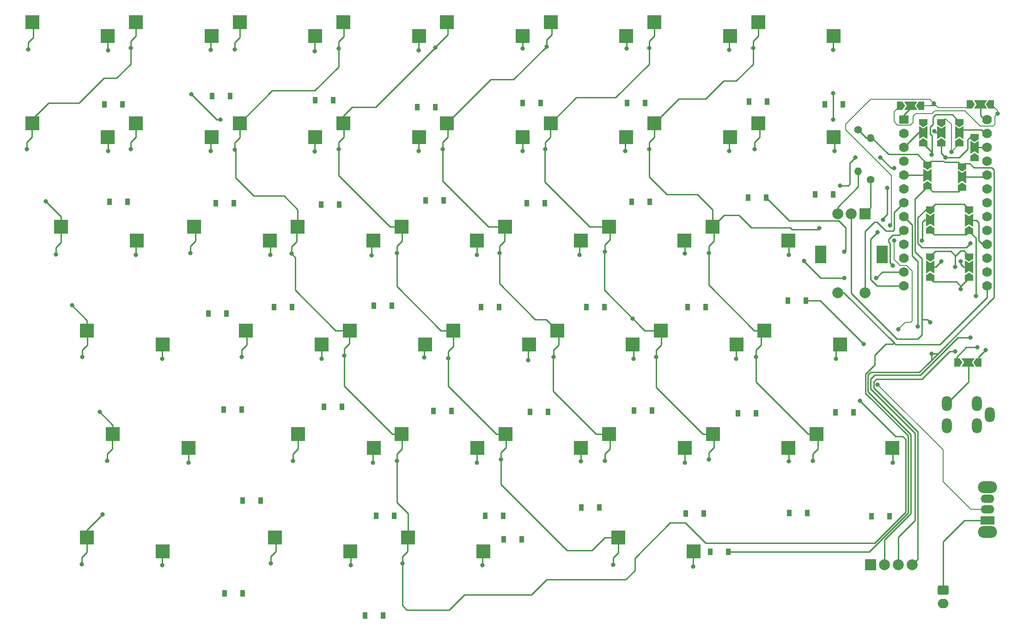
<source format=gbr>
%TF.GenerationSoftware,KiCad,Pcbnew,8.0.4*%
%TF.CreationDate,2024-11-21T00:39:55-07:00*%
%TF.ProjectId,simple_split_MX,73696d70-6c65-45f7-9370-6c69745f4d58,v1.0.0*%
%TF.SameCoordinates,Original*%
%TF.FileFunction,Copper,L1,Top*%
%TF.FilePolarity,Positive*%
%FSLAX46Y46*%
G04 Gerber Fmt 4.6, Leading zero omitted, Abs format (unit mm)*
G04 Created by KiCad (PCBNEW 8.0.4) date 2024-11-21 00:39:55*
%MOMM*%
%LPD*%
G01*
G04 APERTURE LIST*
G04 Aperture macros list*
%AMRoundRect*
0 Rectangle with rounded corners*
0 $1 Rounding radius*
0 $2 $3 $4 $5 $6 $7 $8 $9 X,Y pos of 4 corners*
0 Add a 4 corners polygon primitive as box body*
4,1,4,$2,$3,$4,$5,$6,$7,$8,$9,$2,$3,0*
0 Add four circle primitives for the rounded corners*
1,1,$1+$1,$2,$3*
1,1,$1+$1,$4,$5*
1,1,$1+$1,$6,$7*
1,1,$1+$1,$8,$9*
0 Add four rect primitives between the rounded corners*
20,1,$1+$1,$2,$3,$4,$5,0*
20,1,$1+$1,$4,$5,$6,$7,0*
20,1,$1+$1,$6,$7,$8,$9,0*
20,1,$1+$1,$8,$9,$2,$3,0*%
%AMFreePoly0*
4,1,7,0.700000,0.000000,1.200000,-0.750000,-1.200000,-0.750000,-0.700000,0.000000,-1.200000,0.750000,1.200000,0.750000,0.700000,0.000000,0.700000,0.000000,$1*%
%AMFreePoly1*
4,1,6,1.000000,0.000000,0.500000,-0.750000,-0.500000,-0.750000,-0.500000,0.750000,0.500000,0.750000,1.000000,0.000000,1.000000,0.000000,$1*%
G04 Aperture macros list end*
%TA.AperFunction,SMDPad,CuDef*%
%ADD10R,2.550000X2.500000*%
%TD*%
%TA.AperFunction,ComponentPad*%
%ADD11C,1.400000*%
%TD*%
%TA.AperFunction,ComponentPad*%
%ADD12O,1.400000X1.400000*%
%TD*%
%TA.AperFunction,ComponentPad*%
%ADD13C,0.800000*%
%TD*%
%TA.AperFunction,SMDPad,CuDef*%
%ADD14R,0.900000X1.200000*%
%TD*%
%TA.AperFunction,ComponentPad*%
%ADD15RoundRect,0.250000X-0.750000X0.600000X-0.750000X-0.600000X0.750000X-0.600000X0.750000X0.600000X0*%
%TD*%
%TA.AperFunction,ComponentPad*%
%ADD16O,2.000000X1.700000*%
%TD*%
%TA.AperFunction,ComponentPad*%
%ADD17R,2.000000X2.000000*%
%TD*%
%TA.AperFunction,ComponentPad*%
%ADD18C,2.000000*%
%TD*%
%TA.AperFunction,SMDPad,CuDef*%
%ADD19FreePoly0,270.000000*%
%TD*%
%TA.AperFunction,SMDPad,CuDef*%
%ADD20FreePoly1,270.000000*%
%TD*%
%TA.AperFunction,SMDPad,CuDef*%
%ADD21FreePoly1,90.000000*%
%TD*%
%TA.AperFunction,SMDPad,CuDef*%
%ADD22FreePoly0,90.000000*%
%TD*%
%TA.AperFunction,SMDPad,CuDef*%
%ADD23FreePoly0,0.000000*%
%TD*%
%TA.AperFunction,SMDPad,CuDef*%
%ADD24FreePoly1,0.000000*%
%TD*%
%TA.AperFunction,SMDPad,CuDef*%
%ADD25FreePoly1,180.000000*%
%TD*%
%TA.AperFunction,ComponentPad*%
%ADD26R,1.778000X1.524000*%
%TD*%
%TA.AperFunction,ComponentPad*%
%ADD27C,1.778000*%
%TD*%
%TA.AperFunction,ComponentPad*%
%ADD28O,3.500000X2.200000*%
%TD*%
%TA.AperFunction,ComponentPad*%
%ADD29R,2.500000X1.500000*%
%TD*%
%TA.AperFunction,ComponentPad*%
%ADD30O,2.500000X1.500000*%
%TD*%
%TA.AperFunction,ComponentPad*%
%ADD31O,1.800000X2.800000*%
%TD*%
%TA.AperFunction,ComponentPad*%
%ADD32R,2.000000X3.200000*%
%TD*%
%TA.AperFunction,ViaPad*%
%ADD33C,0.800000*%
%TD*%
%TA.AperFunction,Conductor*%
%ADD34C,0.250000*%
%TD*%
%TA.AperFunction,Conductor*%
%ADD35C,0.200000*%
%TD*%
G04 APERTURE END LIST*
D10*
%TO.P,S33,1,A*%
%TO.N,/F*%
X246617500Y-104272000D03*
%TO.P,S33,2,B*%
%TO.N,Net-(D33-A)*%
X260467500Y-106812000D03*
%TD*%
D11*
%TO.P,R3,1*%
%TO.N,/Rotary_A*%
X267260000Y-114644000D03*
D12*
%TO.P,R3,2*%
%TO.N,/VCC*%
X267260000Y-107024000D03*
%TD*%
D13*
%TO.P,D26,1,K*%
%TO.N,/4*%
X236652000Y-175858000D03*
D14*
X236652000Y-175858000D03*
D13*
%TO.P,D26,2,A*%
%TO.N,Net-(D26-A)*%
X233352000Y-175858000D03*
D14*
X233352000Y-175858000D03*
%TD*%
D13*
%TO.P,D24,1,K*%
%TO.N,/4*%
X199896000Y-176276000D03*
D14*
X199896000Y-176276000D03*
D13*
%TO.P,D24,2,A*%
%TO.N,Net-(D24-A)*%
X196596000Y-176276000D03*
D14*
X196596000Y-176276000D03*
%TD*%
D10*
%TO.P,S31,1,A*%
%TO.N,/C*%
X182435500Y-180272000D03*
%TO.P,S31,2,B*%
%TO.N,Net-(D31-A)*%
X196285500Y-182812000D03*
%TD*%
%TO.P,S8,1,A*%
%TO.N,/A*%
X118880000Y-123272000D03*
%TO.P,S8,2,B*%
%TO.N,Net-(D8-A)*%
X132730000Y-125812000D03*
%TD*%
D13*
%TO.P,D6,1,K*%
%TO.N,/1*%
X226746000Y-118708000D03*
D14*
X226746000Y-118708000D03*
D13*
%TO.P,D6,2,A*%
%TO.N,Net-(D6-A)*%
X223446000Y-118708000D03*
D14*
X223446000Y-118708000D03*
%TD*%
D13*
%TO.P,D33,1,K*%
%TO.N,/5*%
X260349000Y-117348000D03*
D14*
X260349000Y-117348000D03*
D13*
%TO.P,D33,2,A*%
%TO.N,Net-(D33-A)*%
X257049000Y-117348000D03*
D14*
X257049000Y-117348000D03*
%TD*%
D13*
%TO.P,D9,1,K*%
%TO.N,/2*%
X161214000Y-138012000D03*
D14*
X161214000Y-138012000D03*
D13*
%TO.P,D9,2,A*%
%TO.N,Net-(D9-A)*%
X157914000Y-138012000D03*
D14*
X157914000Y-138012000D03*
%TD*%
D13*
%TO.P,D16,1,K*%
%TO.N,/3*%
X170358000Y-156300000D03*
D14*
X170358000Y-156300000D03*
D13*
%TO.P,D16,2,A*%
%TO.N,Net-(D16-A)*%
X167058000Y-156300000D03*
D14*
X167058000Y-156300000D03*
%TD*%
D13*
%TO.P,D10,1,K*%
%TO.N,/2*%
X179502000Y-137758000D03*
D14*
X179502000Y-137758000D03*
D13*
%TO.P,D10,2,A*%
%TO.N,Net-(D10-A)*%
X176202000Y-137758000D03*
D14*
X176202000Y-137758000D03*
%TD*%
D10*
%TO.P,S20,1,A*%
%TO.N,/F*%
X228789000Y-142272000D03*
%TO.P,S20,2,B*%
%TO.N,Net-(D20-A)*%
X242639000Y-144812000D03*
%TD*%
%TO.P,S11,1,A*%
%TO.N,/D*%
X181264000Y-123272000D03*
%TO.P,S11,2,B*%
%TO.N,Net-(D11-A)*%
X195114000Y-125812000D03*
%TD*%
D15*
%TO.P,J2,1,Pin_1*%
%TO.N,Net-(J2-Pin_1)*%
X280475500Y-189848000D03*
D16*
%TO.P,J2,2,Pin_2*%
%TO.N,/Bat-*%
X280475500Y-192348000D03*
%TD*%
D13*
%TO.P,D23,1,K*%
%TO.N,/4*%
X179958000Y-176276000D03*
D14*
X179958000Y-176276000D03*
D13*
%TO.P,D23,2,A*%
%TO.N,Net-(D23-A)*%
X176658000Y-176276000D03*
D14*
X176658000Y-176276000D03*
%TD*%
D13*
%TO.P,D7,1,K*%
%TO.N,/1*%
X248082000Y-117946000D03*
D14*
X248082000Y-117946000D03*
D13*
%TO.P,D7,2,A*%
%TO.N,Net-(D7-A)*%
X244782000Y-117946000D03*
D14*
X244782000Y-117946000D03*
%TD*%
D10*
%TO.P,S6,1,A*%
%TO.N,/F*%
X208617500Y-104272000D03*
%TO.P,S6,2,B*%
%TO.N,Net-(D6-A)*%
X222467500Y-106812000D03*
%TD*%
%TO.P,F3,1,A*%
%TO.N,/C*%
X170617500Y-85720000D03*
%TO.P,F3,2,B*%
%TO.N,Net-(D37-A)*%
X184467500Y-88260000D03*
%TD*%
D17*
%TO.P,U2,1,GND*%
%TO.N,/Bat-*%
X267260000Y-185256000D03*
D18*
%TO.P,U2,2,VCC*%
%TO.N,/VCC*%
X269800000Y-185256000D03*
%TO.P,U2,3,SCL*%
%TO.N,/SCL*%
X272340000Y-185256000D03*
%TO.P,U2,4,SDA*%
%TO.N,/SDA*%
X274880000Y-185256000D03*
%TD*%
D10*
%TO.P,F1,1,A*%
%TO.N,/A*%
X132617500Y-85720000D03*
%TO.P,F1,2,B*%
%TO.N,Net-(D34-A)*%
X146467500Y-88260000D03*
%TD*%
D19*
%TO.P,VCC1,1,COM*%
%TO.N,Net-(U1-VCC)*%
X284024000Y-114136000D03*
D20*
%TO.P,VCC1,2,L*%
%TO.N,/VCC*%
X284024000Y-112136000D03*
D21*
%TO.P,VCC1,3,R*%
%TO.N,/Bat-*%
X284024000Y-116136000D03*
%TD*%
D10*
%TO.P,S35,1,A*%
%TO.N,/G*%
X113617500Y-85720000D03*
%TO.P,S35,2,B*%
%TO.N,Net-(D35-A)*%
X127467500Y-88260000D03*
%TD*%
%TO.P,S4,1,A*%
%TO.N,/D*%
X170617500Y-104272000D03*
%TO.P,S4,2,B*%
%TO.N,Net-(D4-A)*%
X184467500Y-106812000D03*
%TD*%
%TO.P,S3,1,A*%
%TO.N,/C*%
X151617500Y-104272000D03*
%TO.P,S3,2,B*%
%TO.N,Net-(D3-A)*%
X165467500Y-106812000D03*
%TD*%
%TO.P,Extra_Function_Key1,1,A*%
%TO.N,/G*%
X246617500Y-85720000D03*
%TO.P,Extra_Function_Key1,2,B*%
%TO.N,Net-(D41-A)*%
X260467500Y-88260000D03*
%TD*%
D13*
%TO.P,D37,1,K*%
%TO.N,/6*%
X187452000Y-101346000D03*
D14*
X187452000Y-101346000D03*
D13*
%TO.P,D37,2,A*%
%TO.N,Net-(D37-A)*%
X184152000Y-101346000D03*
D14*
X184152000Y-101346000D03*
%TD*%
D13*
%TO.P,D15,1,K*%
%TO.N,/3*%
X152000000Y-156808000D03*
D14*
X152000000Y-156808000D03*
D13*
%TO.P,D15,2,A*%
%TO.N,Net-(D15-A)*%
X148700000Y-156808000D03*
D14*
X148700000Y-156808000D03*
%TD*%
D22*
%TO.P,GND1,1,COM*%
%TO.N,Net-(GND1-COM)*%
X277674000Y-113850000D03*
D21*
%TO.P,GND1,2,L*%
%TO.N,/Bat-*%
X277674000Y-115850000D03*
D20*
%TO.P,GND1,3,R*%
%TO.N,/VCC*%
X277674000Y-111850000D03*
%TD*%
D23*
%TO.P,GND2,1,COM*%
%TO.N,Net-(GND2-COM)*%
X274574000Y-101092000D03*
D24*
%TO.P,GND2,2,L*%
%TO.N,/Bat-*%
X272574000Y-101092000D03*
D25*
%TO.P,GND2,3,R*%
%TO.N,/Bat+*%
X276574000Y-101092000D03*
%TD*%
D22*
%TO.P,RXI1,1,COM*%
%TO.N,Net-(RXI1-COM)*%
X286258000Y-108732000D03*
D21*
%TO.P,RXI1,2,L*%
%TO.N,unconnected-(RXI1-L-Pad2)*%
X286258000Y-110732000D03*
D20*
%TO.P,RXI1,3,R*%
%TO.N,/TXD*%
X286258000Y-106732000D03*
%TD*%
D13*
%TO.P,D39,1,K*%
%TO.N,/6*%
X225932000Y-100584000D03*
D14*
X225932000Y-100584000D03*
D13*
%TO.P,D39,2,A*%
%TO.N,Net-(D39-A)*%
X222632000Y-100584000D03*
D14*
X222632000Y-100584000D03*
%TD*%
D10*
%TO.P,F6,1,A*%
%TO.N,/F*%
X227617500Y-85720000D03*
%TO.P,F6,2,B*%
%TO.N,Net-(D40-A)*%
X241467500Y-88260000D03*
%TD*%
%TO.P,S5,1,A*%
%TO.N,/E*%
X189617500Y-104272000D03*
%TO.P,S5,2,B*%
%TO.N,Net-(D5-A)*%
X203467500Y-106812000D03*
%TD*%
D13*
%TO.P,D36,1,K*%
%TO.N,/6*%
X168782000Y-100076000D03*
D14*
X168782000Y-100076000D03*
D13*
%TO.P,D36,2,A*%
%TO.N,Net-(D36-A)*%
X165482000Y-100076000D03*
D14*
X165482000Y-100076000D03*
%TD*%
D13*
%TO.P,D4,1,K*%
%TO.N,/1*%
X189026000Y-118454000D03*
D14*
X189026000Y-118454000D03*
D13*
%TO.P,D4,2,A*%
%TO.N,Net-(D4-A)*%
X185726000Y-118454000D03*
D14*
X185726000Y-118454000D03*
%TD*%
D13*
%TO.P,D5,1,K*%
%TO.N,/1*%
X207568000Y-118962000D03*
D14*
X207568000Y-118962000D03*
D13*
%TO.P,D5,2,A*%
%TO.N,Net-(D5-A)*%
X204268000Y-118962000D03*
D14*
X204268000Y-118962000D03*
%TD*%
D10*
%TO.P,S25,1,A*%
%TO.N,/D*%
X200314000Y-161272000D03*
%TO.P,S25,2,B*%
%TO.N,Net-(D25-A)*%
X214164000Y-163812000D03*
%TD*%
D22*
%TO.P,SCL1,1,COM*%
%TO.N,Net-(SCL1-COM)*%
X278182000Y-130646000D03*
D21*
%TO.P,SCL1,2,L*%
%TO.N,/SCL*%
X278182000Y-132646000D03*
D20*
%TO.P,SCL1,3,R*%
%TO.N,/3*%
X278182000Y-128646000D03*
%TD*%
D10*
%TO.P,S7,1,A*%
%TO.N,/G*%
X227617500Y-104272000D03*
%TO.P,S7,2,B*%
%TO.N,Net-(D7-A)*%
X241467500Y-106812000D03*
%TD*%
%TO.P,S1,1,A*%
%TO.N,/A*%
X113617500Y-104272000D03*
%TO.P,S1,2,B*%
%TO.N,Net-(D1-A)*%
X127467500Y-106812000D03*
%TD*%
D23*
%TO.P,Bat+1,1,COM*%
%TO.N,Net-(Bat+1-COM)*%
X287358000Y-100838000D03*
D24*
%TO.P,Bat+1,2,L*%
%TO.N,/Bat+*%
X285358000Y-100838000D03*
D25*
%TO.P,Bat+1,3,R*%
%TO.N,/Bat-*%
X289358000Y-100838000D03*
%TD*%
D13*
%TO.P,D30,1,K*%
%TO.N,/5*%
X177926000Y-194564000D03*
D14*
X177926000Y-194564000D03*
D13*
%TO.P,D30,2,A*%
%TO.N,Net-(D30-A)*%
X174626000Y-194564000D03*
D14*
X174626000Y-194564000D03*
%TD*%
D13*
%TO.P,D38,1,K*%
%TO.N,/6*%
X206756000Y-100584000D03*
D14*
X206756000Y-100584000D03*
D13*
%TO.P,D38,2,A*%
%TO.N,Net-(D38-A)*%
X203456000Y-100584000D03*
D14*
X203456000Y-100584000D03*
%TD*%
D10*
%TO.P,F2,1,A*%
%TO.N,/B*%
X151617500Y-85720000D03*
%TO.P,F2,2,B*%
%TO.N,Net-(D36-A)*%
X165467500Y-88260000D03*
%TD*%
D13*
%TO.P,D28,1,K*%
%TO.N,/4*%
X270688000Y-176366000D03*
D14*
X270688000Y-176366000D03*
D13*
%TO.P,D28,2,A*%
%TO.N,Net-(D28-A)*%
X267388000Y-176366000D03*
D14*
X267388000Y-176366000D03*
%TD*%
D10*
%TO.P,S12,1,A*%
%TO.N,/E*%
X200264000Y-123272000D03*
%TO.P,S12,2,B*%
%TO.N,Net-(D12-A)*%
X214114000Y-125812000D03*
%TD*%
%TO.P,S24,1,A*%
%TO.N,/C*%
X181314000Y-161272000D03*
%TO.P,S24,2,B*%
%TO.N,Net-(D24-A)*%
X195164000Y-163812000D03*
%TD*%
D13*
%TO.P,D12,1,K*%
%TO.N,/2*%
X218490000Y-138012000D03*
D14*
X218490000Y-138012000D03*
D13*
%TO.P,D12,2,A*%
%TO.N,Net-(D12-A)*%
X215190000Y-138012000D03*
D14*
X215190000Y-138012000D03*
%TD*%
D26*
%TO.P,U1,0,Bat-*%
%TO.N,Net-(GND2-COM)*%
X273356000Y-103595000D03*
D27*
%TO.P,U1,1,Txd*%
%TO.N,Net-(TXD2-COM)*%
X273356000Y-106135000D03*
%TO.P,U1,2,RXI*%
%TO.N,Net-(RXI2-COM)*%
X273356000Y-108675000D03*
%TO.P,U1,3,GND*%
%TO.N,unconnected-(U1-GND-Pad3)*%
X273356000Y-111215000D03*
%TO.P,U1,4,GND*%
%TO.N,Net-(GND1-COM)*%
X273356000Y-113755000D03*
%TO.P,U1,5,2*%
%TO.N,/F*%
X273356000Y-116295000D03*
%TO.P,U1,6,3*%
%TO.N,/E*%
X273356000Y-118835000D03*
%TO.P,U1,7,4*%
%TO.N,/D*%
X273356000Y-121375000D03*
%TO.P,U1,8,5*%
%TO.N,/C*%
X273356000Y-123915000D03*
%TO.P,U1,9,6*%
%TO.N,Net-(SDA1-COM)*%
X273356000Y-126455000D03*
%TO.P,U1,10,7*%
%TO.N,Net-(SCL1-COM)*%
X273356000Y-128995000D03*
%TO.P,U1,11,8*%
%TO.N,/B*%
X273356000Y-131535000D03*
%TO.P,U1,12,9*%
%TO.N,/A*%
X273356000Y-134075000D03*
%TO.P,U1,13,10*%
%TO.N,/5*%
X288596000Y-134075000D03*
%TO.P,U1,14,16*%
%TO.N,/4*%
X288596000Y-131535000D03*
%TO.P,U1,15,14*%
%TO.N,Net-(P3-COM)*%
X288596000Y-128995000D03*
%TO.P,U1,16,15*%
%TO.N,Net-(P2-COM)*%
X288596000Y-126455000D03*
%TO.P,U1,17,A0*%
%TO.N,/1*%
X288596000Y-123915000D03*
%TO.P,U1,18,A1*%
%TO.N,/Rotary_A*%
X288596000Y-121375000D03*
%TO.P,U1,19,A2*%
%TO.N,/Rotary_B*%
X288596000Y-118835000D03*
%TO.P,U1,20,A3*%
%TO.N,/G*%
X288596000Y-116295000D03*
%TO.P,U1,21,VCC*%
%TO.N,Net-(U1-VCC)*%
X288596000Y-113755000D03*
%TO.P,U1,22,RST*%
%TO.N,unconnected-(U1-RST-Pad22)*%
X288596000Y-111215000D03*
%TO.P,U1,23,GND*%
%TO.N,Net-(RXI1-COM)*%
X288596000Y-108675000D03*
%TO.P,U1,24,Vin*%
%TO.N,Net-(TXD1-COM)*%
X288596000Y-106135000D03*
%TO.P,U1,25,Bat+*%
%TO.N,Net-(Bat+1-COM)*%
X288596000Y-103595000D03*
%TD*%
D13*
%TO.P,D17,1,K*%
%TO.N,/3*%
X190424000Y-157062000D03*
D14*
X190424000Y-157062000D03*
D13*
%TO.P,D17,2,A*%
%TO.N,Net-(D17-A)*%
X187124000Y-157062000D03*
D14*
X187124000Y-157062000D03*
%TD*%
D13*
%TO.P,D34,1,K*%
%TO.N,/6*%
X149860000Y-99314000D03*
D14*
X149860000Y-99314000D03*
D13*
%TO.P,D34,2,A*%
%TO.N,Net-(D34-A)*%
X146560000Y-99314000D03*
D14*
X146560000Y-99314000D03*
%TD*%
D19*
%TO.P,P3,1,COM*%
%TO.N,Net-(P3-COM)*%
X285294000Y-130646000D03*
D20*
%TO.P,P3,2,L*%
%TO.N,/3*%
X285294000Y-128646000D03*
D21*
%TO.P,P3,3,R*%
%TO.N,/SCL*%
X285294000Y-132646000D03*
%TD*%
D13*
%TO.P,D14,1,K*%
%TO.N,/2*%
X255396000Y-136779000D03*
D14*
X255396000Y-136779000D03*
D13*
%TO.P,D14,2,A*%
%TO.N,Net-(D14-A)*%
X252096000Y-136779000D03*
D14*
X252096000Y-136779000D03*
%TD*%
D13*
%TO.P,D20,1,K*%
%TO.N,/3*%
X246252000Y-157480000D03*
D14*
X246252000Y-157480000D03*
D13*
%TO.P,D20,2,A*%
%TO.N,Net-(D20-A)*%
X242952000Y-157480000D03*
D14*
X242952000Y-157480000D03*
%TD*%
D13*
%TO.P,D25,1,K*%
%TO.N,/4*%
X217550000Y-174752000D03*
D14*
X217550000Y-174752000D03*
D13*
%TO.P,D25,2,A*%
%TO.N,Net-(D25-A)*%
X214250000Y-174752000D03*
D14*
X214250000Y-174752000D03*
%TD*%
D13*
%TO.P,D22,1,K*%
%TO.N,/4*%
X155448000Y-173482000D03*
D14*
X155448000Y-173482000D03*
D13*
%TO.P,D22,2,A*%
%TO.N,Net-(D22-A)*%
X152148000Y-173482000D03*
D14*
X152148000Y-173482000D03*
%TD*%
D10*
%TO.P,S2,1,A*%
%TO.N,/B*%
X132617500Y-104272000D03*
%TO.P,S2,2,B*%
%TO.N,Net-(D2-A)*%
X146467500Y-106812000D03*
%TD*%
D13*
%TO.P,D3,1,K*%
%TO.N,/1*%
X169850000Y-119216000D03*
D14*
X169850000Y-119216000D03*
D13*
%TO.P,D3,2,A*%
%TO.N,Net-(D3-A)*%
X166550000Y-119216000D03*
D14*
X166550000Y-119216000D03*
%TD*%
D10*
%TO.P,S16,1,A*%
%TO.N,/B*%
X152789000Y-142272000D03*
%TO.P,S16,2,B*%
%TO.N,Net-(D16-A)*%
X166639000Y-144812000D03*
%TD*%
%TO.P,S21,1,A*%
%TO.N,/G*%
X247789000Y-142272000D03*
%TO.P,S21,2,B*%
%TO.N,Net-(D21-A)*%
X261639000Y-144812000D03*
%TD*%
%TO.P,S26,1,A*%
%TO.N,/E*%
X219314000Y-161272000D03*
%TO.P,S26,2,B*%
%TO.N,Net-(D26-A)*%
X233164000Y-163812000D03*
%TD*%
D13*
%TO.P,D21,1,K*%
%TO.N,/3*%
X264084000Y-157316000D03*
D14*
X264084000Y-157316000D03*
D13*
%TO.P,D21,2,A*%
%TO.N,Net-(D21-A)*%
X260784000Y-157316000D03*
D14*
X260784000Y-157316000D03*
%TD*%
D10*
%TO.P,S17,1,A*%
%TO.N,/C*%
X171789000Y-142272000D03*
%TO.P,S17,2,B*%
%TO.N,Net-(D17-A)*%
X185639000Y-144812000D03*
%TD*%
D19*
%TO.P,P2,1,COM*%
%TO.N,Net-(P2-COM)*%
X285294000Y-122080000D03*
D20*
%TO.P,P2,2,L*%
%TO.N,/2*%
X285294000Y-120080000D03*
D21*
%TO.P,P2,3,R*%
%TO.N,/SDA*%
X285294000Y-124080000D03*
%TD*%
D10*
%TO.P,S18,1,A*%
%TO.N,/D*%
X190789000Y-142272000D03*
%TO.P,S18,2,B*%
%TO.N,Net-(D18-A)*%
X204639000Y-144812000D03*
%TD*%
D22*
%TO.P,SDA1,1,COM*%
%TO.N,Net-(SDA1-COM)*%
X278182000Y-122010000D03*
D21*
%TO.P,SDA1,2,L*%
%TO.N,/SDA*%
X278182000Y-124010000D03*
D20*
%TO.P,SDA1,3,R*%
%TO.N,/2*%
X278182000Y-120010000D03*
%TD*%
D13*
%TO.P,D35,1,K*%
%TO.N,/5*%
X130174000Y-100838000D03*
D14*
X130174000Y-100838000D03*
D13*
%TO.P,D35,2,A*%
%TO.N,Net-(D35-A)*%
X126874000Y-100838000D03*
D14*
X126874000Y-100838000D03*
%TD*%
D10*
%TO.P,S32,1,A*%
%TO.N,/D*%
X220985500Y-180272000D03*
%TO.P,S32,2,B*%
%TO.N,Net-(D32-A)*%
X234835500Y-182812000D03*
%TD*%
%TO.P,S29,1,A*%
%TO.N,/A*%
X123642500Y-180272000D03*
%TO.P,S29,2,B*%
%TO.N,Net-(D29-A)*%
X137492500Y-182812000D03*
%TD*%
D13*
%TO.P,D31,1,K*%
%TO.N,/5*%
X203326000Y-180594000D03*
D14*
X203326000Y-180594000D03*
D13*
%TO.P,D31,2,A*%
%TO.N,Net-(D31-A)*%
X200026000Y-180594000D03*
D14*
X200026000Y-180594000D03*
%TD*%
D10*
%TO.P,S23,1,A*%
%TO.N,/B*%
X162314000Y-161272000D03*
%TO.P,S23,2,B*%
%TO.N,Net-(D23-A)*%
X176164000Y-163812000D03*
%TD*%
D13*
%TO.P,D11,1,K*%
%TO.N,/2*%
X199186000Y-138012000D03*
D14*
X199186000Y-138012000D03*
D13*
%TO.P,D11,2,A*%
%TO.N,Net-(D11-A)*%
X195886000Y-138012000D03*
D14*
X195886000Y-138012000D03*
%TD*%
D13*
%TO.P,D40,1,K*%
%TO.N,/6*%
X248284000Y-100330000D03*
D14*
X248284000Y-100330000D03*
D13*
%TO.P,D40,2,A*%
%TO.N,Net-(D40-A)*%
X244984000Y-100330000D03*
D14*
X244984000Y-100330000D03*
%TD*%
D10*
%TO.P,F5,1,A*%
%TO.N,/E*%
X208617500Y-85720000D03*
%TO.P,F5,2,B*%
%TO.N,Net-(D39-A)*%
X222467500Y-88260000D03*
%TD*%
%TO.P,S14,1,A*%
%TO.N,/G*%
X238264000Y-123272000D03*
%TO.P,S14,2,B*%
%TO.N,Net-(D14-A)*%
X252114000Y-125812000D03*
%TD*%
D13*
%TO.P,D32,1,K*%
%TO.N,/5*%
X241172000Y-182880000D03*
D14*
X241172000Y-182880000D03*
D13*
%TO.P,D32,2,A*%
%TO.N,Net-(D32-A)*%
X237872000Y-182880000D03*
D14*
X237872000Y-182880000D03*
%TD*%
D28*
%TO.P,SW1,*%
%TO.N,*%
X288628000Y-179196000D03*
X288628000Y-170996000D03*
D29*
%TO.P,SW1,1,B*%
%TO.N,Net-(J2-Pin_1)*%
X288628000Y-177096000D03*
D30*
%TO.P,SW1,2,C*%
%TO.N,/Bat+*%
X288628000Y-175096000D03*
%TO.P,SW1,3,A*%
%TO.N,unconnected-(SW1-A-Pad3)*%
X288628000Y-173096000D03*
%TD*%
D13*
%TO.P,D2,1,K*%
%TO.N,/1*%
X150546000Y-118962000D03*
D14*
X150546000Y-118962000D03*
D13*
%TO.P,D2,2,A*%
%TO.N,Net-(D2-A)*%
X147246000Y-118962000D03*
D14*
X147246000Y-118962000D03*
%TD*%
D31*
%TO.P,J1,R*%
%TO.N,Net-(COM_SELECT1-COM)*%
X281194000Y-155724000D03*
X281194000Y-159724000D03*
%TO.P,J1,S*%
%TO.N,/Bat-*%
X289094000Y-157724000D03*
%TO.P,J1,T*%
%TO.N,/VCC*%
X286694000Y-155724000D03*
X286694000Y-159724000D03*
%TD*%
D13*
%TO.P,D27,1,K*%
%TO.N,/4*%
X255650000Y-175768000D03*
D14*
X255650000Y-175768000D03*
D13*
%TO.P,D27,2,A*%
%TO.N,Net-(D27-A)*%
X252350000Y-175768000D03*
D14*
X252350000Y-175768000D03*
%TD*%
D10*
%TO.P,S27,1,A*%
%TO.N,/F*%
X238314000Y-161272000D03*
%TO.P,S27,2,B*%
%TO.N,Net-(D27-A)*%
X252164000Y-163812000D03*
%TD*%
D17*
%TO.P,R1,A,A*%
%TO.N,/Rotary_A*%
X266204000Y-120856000D03*
D18*
%TO.P,R1,B,B*%
%TO.N,/Rotary_B*%
X261204000Y-120856000D03*
%TO.P,R1,C,C*%
%TO.N,/Bat-*%
X263704000Y-120856000D03*
D32*
%TO.P,R1,MP*%
%TO.N,N/C*%
X269304000Y-128356000D03*
X258104000Y-128356000D03*
D18*
%TO.P,R1,S1,S1*%
%TO.N,/5*%
X261204000Y-135356000D03*
%TO.P,R1,S2,S2*%
%TO.N,/E*%
X266204000Y-135356000D03*
%TD*%
D23*
%TO.P,COM_SELECT1,1,COM*%
%TO.N,Net-(COM_SELECT1-COM)*%
X285072000Y-148172000D03*
D24*
%TO.P,COM_SELECT1,2,L*%
%TO.N,/RXI*%
X283072000Y-148172000D03*
D25*
%TO.P,COM_SELECT1,3,R*%
%TO.N,/TXD*%
X287072000Y-148172000D03*
%TD*%
D10*
%TO.P,S28,1,A*%
%TO.N,/G*%
X257314000Y-161272000D03*
%TO.P,S28,2,B*%
%TO.N,Net-(D28-A)*%
X271164000Y-163812000D03*
%TD*%
D13*
%TO.P,D29,1,K*%
%TO.N,/5*%
X152150000Y-190500000D03*
D14*
X152150000Y-190500000D03*
D13*
%TO.P,D29,2,A*%
%TO.N,Net-(D29-A)*%
X148850000Y-190500000D03*
D14*
X148850000Y-190500000D03*
%TD*%
D13*
%TO.P,D13,1,K*%
%TO.N,/2*%
X237032000Y-138012000D03*
D14*
X237032000Y-138012000D03*
D13*
%TO.P,D13,2,A*%
%TO.N,Net-(D13-A)*%
X233732000Y-138012000D03*
D14*
X233732000Y-138012000D03*
%TD*%
D22*
%TO.P,RXI2,1,COM*%
%TO.N,Net-(RXI2-COM)*%
X276912000Y-106008000D03*
D21*
%TO.P,RXI2,2,L*%
%TO.N,/RXI*%
X276912000Y-108008000D03*
D20*
%TO.P,RXI2,3,R*%
%TO.N,unconnected-(RXI2-R-Pad3)*%
X276912000Y-104008000D03*
%TD*%
D10*
%TO.P,S15,1,A*%
%TO.N,/A*%
X123642500Y-142272000D03*
%TO.P,S15,2,B*%
%TO.N,Net-(D15-A)*%
X137492500Y-144812000D03*
%TD*%
%TO.P,S22,1,A*%
%TO.N,/A*%
X128405000Y-161272000D03*
%TO.P,S22,2,B*%
%TO.N,Net-(D22-A)*%
X142255000Y-163812000D03*
%TD*%
D13*
%TO.P,D19,1,K*%
%TO.N,/3*%
X227202000Y-156972000D03*
D14*
X227202000Y-156972000D03*
D13*
%TO.P,D19,2,A*%
%TO.N,Net-(D19-A)*%
X223902000Y-156972000D03*
D14*
X223902000Y-156972000D03*
%TD*%
D10*
%TO.P,S19,1,A*%
%TO.N,/E*%
X209789000Y-142272000D03*
%TO.P,S19,2,B*%
%TO.N,Net-(D19-A)*%
X223639000Y-144812000D03*
%TD*%
%TO.P,S9,1,A*%
%TO.N,/B*%
X143264000Y-123272000D03*
%TO.P,S9,2,B*%
%TO.N,Net-(D9-A)*%
X157114000Y-125812000D03*
%TD*%
D22*
%TO.P,TXD1,1,COM*%
%TO.N,Net-(TXD1-COM)*%
X283516000Y-106008000D03*
D21*
%TO.P,TXD1,2,L*%
%TO.N,/Bat+*%
X283516000Y-108008000D03*
D20*
%TO.P,TXD1,3,R*%
%TO.N,/RXI*%
X283516000Y-104008000D03*
%TD*%
D10*
%TO.P,F4,1,A*%
%TO.N,/D*%
X189617500Y-85720000D03*
%TO.P,F4,2,B*%
%TO.N,Net-(D38-A)*%
X203467500Y-88260000D03*
%TD*%
D13*
%TO.P,D18,1,K*%
%TO.N,/3*%
X208152000Y-157226000D03*
D14*
X208152000Y-157226000D03*
D13*
%TO.P,D18,2,A*%
%TO.N,Net-(D18-A)*%
X204852000Y-157226000D03*
D14*
X204852000Y-157226000D03*
%TD*%
D10*
%TO.P,S13,1,A*%
%TO.N,/F*%
X219264000Y-123272000D03*
%TO.P,S13,2,B*%
%TO.N,Net-(D13-A)*%
X233114000Y-125812000D03*
%TD*%
D13*
%TO.P,D1,1,K*%
%TO.N,/1*%
X131116000Y-118708000D03*
D14*
X131116000Y-118708000D03*
D13*
%TO.P,D1,2,A*%
%TO.N,Net-(D1-A)*%
X127816000Y-118708000D03*
D14*
X127816000Y-118708000D03*
%TD*%
D13*
%TO.P,D8,1,K*%
%TO.N,/2*%
X149224000Y-139192000D03*
D14*
X149224000Y-139192000D03*
D13*
%TO.P,D8,2,A*%
%TO.N,Net-(D8-A)*%
X145924000Y-139192000D03*
D14*
X145924000Y-139192000D03*
%TD*%
D22*
%TO.P,TXD2,1,COM*%
%TO.N,Net-(TXD2-COM)*%
X280214000Y-106008000D03*
D21*
%TO.P,TXD2,2,L*%
%TO.N,/TXD*%
X280214000Y-108008000D03*
D20*
%TO.P,TXD2,3,R*%
%TO.N,/Bat+*%
X280214000Y-104008000D03*
%TD*%
D13*
%TO.P,D41,1,K*%
%TO.N,/6*%
X262128000Y-100838000D03*
D14*
X262128000Y-100838000D03*
D13*
%TO.P,D41,2,A*%
%TO.N,Net-(D41-A)*%
X258828000Y-100838000D03*
D14*
X258828000Y-100838000D03*
%TD*%
D11*
%TO.P,R2,1*%
%TO.N,/VCC*%
X264974000Y-105500000D03*
D12*
%TO.P,R2,2*%
%TO.N,/Rotary_B*%
X264974000Y-113120000D03*
%TD*%
D10*
%TO.P,S10,1,A*%
%TO.N,/C*%
X162264000Y-123272000D03*
%TO.P,S10,2,B*%
%TO.N,Net-(D10-A)*%
X176114000Y-125812000D03*
%TD*%
%TO.P,S30,1,A*%
%TO.N,/B*%
X158051500Y-180272000D03*
%TO.P,S30,2,B*%
%TO.N,Net-(D30-A)*%
X171901500Y-182812000D03*
%TD*%
D33*
%TO.N,Net-(D1-A)*%
X127548500Y-109352000D03*
%TO.N,Net-(D2-A)*%
X146344500Y-109352000D03*
%TO.N,Net-(D3-A)*%
X165394500Y-109485250D03*
%TO.N,Net-(D4-A)*%
X184444500Y-109352000D03*
%TO.N,Net-(D5-A)*%
X203494500Y-109352000D03*
%TO.N,Net-(D6-A)*%
X222290500Y-109352000D03*
%TO.N,Net-(D7-A)*%
X241340500Y-109352000D03*
%TO.N,Net-(D8-A)*%
X132628500Y-128402000D03*
%TO.N,Net-(D9-A)*%
X157266500Y-128402000D03*
%TO.N,Net-(D10-A)*%
X175808500Y-128535250D03*
%TO.N,Net-(D11-A)*%
X195112500Y-128402000D03*
%TO.N,Net-(D12-A)*%
X213908500Y-128402000D03*
%TO.N,Net-(D13-A)*%
X233212500Y-128148000D03*
%TO.N,Net-(D14-A)*%
X252262500Y-128402000D03*
%TO.N,Net-(D15-A)*%
X137454500Y-147452000D03*
%TO.N,Net-(D16-A)*%
X166664500Y-147452000D03*
%TO.N,Net-(D17-A)*%
X185460500Y-147198000D03*
%TO.N,Net-(D18-A)*%
X204510500Y-147706000D03*
%TO.N,Net-(D19-A)*%
X223814500Y-147452000D03*
%TO.N,Net-(D20-A)*%
X242610500Y-147452000D03*
%TO.N,Net-(D21-A)*%
X260898500Y-147452000D03*
%TO.N,Net-(D22-A)*%
X142280500Y-166502000D03*
%TO.N,Net-(D23-A)*%
X176062500Y-166502000D03*
%TO.N,Net-(D24-A)*%
X195112500Y-166502000D03*
%TO.N,Net-(D25-A)*%
X214162500Y-166248000D03*
%TO.N,Net-(D26-A)*%
X233212500Y-166502000D03*
%TO.N,Net-(D27-A)*%
X252262500Y-166248000D03*
%TO.N,Net-(D28-A)*%
X271312500Y-166502000D03*
%TO.N,Net-(D29-A)*%
X137454500Y-185298000D03*
%TO.N,Net-(D30-A)*%
X171998500Y-185298000D03*
%TO.N,Net-(D31-A)*%
X196128500Y-185298000D03*
%TO.N,Net-(D32-A)*%
X234736500Y-185552000D03*
%TO.N,/1*%
X262434000Y-127852000D03*
%TO.N,/2*%
X265990000Y-144744000D03*
X285548000Y-126328000D03*
%TO.N,/3*%
X282754000Y-130646000D03*
%TO.N,/E*%
X199191500Y-128071500D03*
X218495500Y-166171500D03*
X209097500Y-147121500D03*
X188777500Y-109021500D03*
X207827500Y-90225500D03*
%TO.N,/A*%
X269546000Y-122010000D03*
X270308000Y-116168000D03*
X260350000Y-98806000D03*
X116078000Y-118618000D03*
X127309500Y-166171500D03*
X125984000Y-157226000D03*
X126492000Y-176022000D03*
X122737500Y-147121500D03*
X268530000Y-124296000D03*
X117911500Y-128325500D03*
X131627500Y-90479500D03*
X122682000Y-185166000D03*
X112577500Y-109021500D03*
X120904000Y-137668000D03*
X260350000Y-103632000D03*
%TO.N,/B*%
X151947500Y-147121500D03*
X142549500Y-128071500D03*
X150677500Y-90733500D03*
X161345500Y-166171500D03*
X262434000Y-132678000D03*
X255016000Y-129540000D03*
X268276000Y-132678000D03*
X157281500Y-184967500D03*
X131627500Y-109021500D03*
%TO.N,/C*%
X150677500Y-109154750D03*
X169727500Y-90612750D03*
X170743500Y-146867500D03*
X271324000Y-130392000D03*
X161091500Y-128204750D03*
X181411500Y-184967500D03*
X265303000Y-155194000D03*
X180395500Y-166171500D03*
%TO.N,/D*%
X275896000Y-141568000D03*
X187452000Y-90424000D03*
X189793500Y-147375500D03*
X220019500Y-185221500D03*
X180395500Y-128071500D03*
X169727500Y-109021500D03*
X199445500Y-165917500D03*
%TO.N,/F*%
X207573500Y-109021500D03*
X226623500Y-90479500D03*
X223647000Y-140081000D03*
X237545500Y-165917500D03*
X218495500Y-127817500D03*
X227893500Y-147121500D03*
X245927500Y-109021500D03*
%TO.N,/G*%
X148082000Y-103632000D03*
X264466000Y-110580000D03*
X246181500Y-147121500D03*
X257862000Y-123534000D03*
X245673500Y-90479500D03*
X112831500Y-90733500D03*
X261620000Y-115697000D03*
X269038000Y-110580000D03*
X142748000Y-98933000D03*
X271500000Y-112541000D03*
X256595500Y-166171500D03*
X226623500Y-109021500D03*
X237545500Y-128071500D03*
%TO.N,/Bat+*%
X268530000Y-152236000D03*
X272340000Y-142076000D03*
X270816000Y-123026000D03*
X271578000Y-125820000D03*
X278840500Y-100659500D03*
X282000000Y-109500000D03*
%TO.N,/VCC*%
X278384000Y-146558000D03*
%TO.N,/TXD*%
X288342000Y-145886000D03*
X280976000Y-110580000D03*
%TO.N,/RXI*%
X286818000Y-145378000D03*
X278436000Y-110072000D03*
%TO.N,/Bat-*%
X278182000Y-140806000D03*
X290500000Y-102500000D03*
%TO.N,Net-(TXD2-COM)*%
X278944000Y-105754000D03*
%TO.N,Net-(D33-A)*%
X260644500Y-109352000D03*
%TO.N,/SDA*%
X282754000Y-146140000D03*
X286564000Y-135980000D03*
%TO.N,/SCL*%
X283770000Y-134710000D03*
X285548000Y-143600000D03*
%TO.N,Net-(P3-COM)*%
X283770000Y-129630000D03*
%TO.N,Net-(SCL1-COM)*%
X280214000Y-129630000D03*
%TO.N,Net-(SDA1-COM)*%
X276658000Y-125820000D03*
%TO.N,Net-(D35-A)*%
X127508000Y-90932000D03*
%TO.N,Net-(D34-A)*%
X146344500Y-90810000D03*
%TO.N,Net-(D36-A)*%
X165394500Y-91064000D03*
%TO.N,Net-(D37-A)*%
X184444500Y-90943250D03*
%TO.N,Net-(D38-A)*%
X203494500Y-90556000D03*
%TO.N,Net-(D39-A)*%
X222544500Y-90556000D03*
%TO.N,Net-(D40-A)*%
X241340500Y-90810000D03*
%TO.N,Net-(D41-A)*%
X260390500Y-90810000D03*
%TD*%
D34*
%TO.N,Net-(D1-A)*%
X127548500Y-109352000D02*
X127508000Y-109311500D01*
X127508000Y-106680000D02*
X127508000Y-109311500D01*
%TO.N,Net-(D2-A)*%
X146304000Y-106680000D02*
X146304000Y-109311500D01*
X146344500Y-109352000D02*
X146304000Y-109311500D01*
%TO.N,Net-(D3-A)*%
X165394500Y-109485250D02*
X165354000Y-109444750D01*
X165354000Y-106813250D02*
X165354000Y-109444750D01*
%TO.N,Net-(D4-A)*%
X184404000Y-106680000D02*
X184404000Y-109311500D01*
X184444500Y-109352000D02*
X184404000Y-109311500D01*
%TO.N,Net-(D5-A)*%
X203454000Y-106680000D02*
X203454000Y-109311500D01*
X203494500Y-109352000D02*
X203454000Y-109311500D01*
%TO.N,Net-(D6-A)*%
X222290500Y-109352000D02*
X222250000Y-109311500D01*
X222250000Y-106680000D02*
X222250000Y-109311500D01*
%TO.N,Net-(D7-A)*%
X241300000Y-106680000D02*
X241300000Y-109311500D01*
X241340500Y-109352000D02*
X241300000Y-109311500D01*
%TO.N,Net-(D8-A)*%
X132588000Y-125730000D02*
X132588000Y-128361500D01*
X132628500Y-128402000D02*
X132588000Y-128361500D01*
%TO.N,Net-(D9-A)*%
X157226000Y-125730000D02*
X157226000Y-128361500D01*
X157266500Y-128402000D02*
X157226000Y-128361500D01*
%TO.N,Net-(D10-A)*%
X175768000Y-125863250D02*
X175768000Y-128494750D01*
X175808500Y-128535250D02*
X175768000Y-128494750D01*
%TO.N,Net-(D11-A)*%
X195072000Y-125730000D02*
X195072000Y-128361500D01*
X195112500Y-128402000D02*
X195072000Y-128361500D01*
%TO.N,Net-(D12-A)*%
X213868000Y-125730000D02*
X213868000Y-128361500D01*
X213908500Y-128402000D02*
X213868000Y-128361500D01*
%TO.N,Net-(D13-A)*%
X233172000Y-125476000D02*
X233172000Y-128107500D01*
X233212500Y-128148000D02*
X233172000Y-128107500D01*
%TO.N,Net-(D14-A)*%
X252222000Y-125730000D02*
X252222000Y-128361500D01*
X252262500Y-128402000D02*
X252222000Y-128361500D01*
%TO.N,Net-(D15-A)*%
X137414000Y-144780000D02*
X137414000Y-147411500D01*
X137454500Y-147452000D02*
X137414000Y-147411500D01*
%TO.N,Net-(D16-A)*%
X166624000Y-144780000D02*
X166624000Y-147411500D01*
X166664500Y-147452000D02*
X166624000Y-147411500D01*
%TO.N,Net-(D17-A)*%
X185460500Y-147198000D02*
X185420000Y-147157500D01*
X185420000Y-144526000D02*
X185420000Y-147157500D01*
%TO.N,Net-(D18-A)*%
X204510500Y-147706000D02*
X204470000Y-147665500D01*
X204470000Y-145034000D02*
X204470000Y-147665500D01*
%TO.N,Net-(D19-A)*%
X223774000Y-144780000D02*
X223774000Y-147411500D01*
X223814500Y-147452000D02*
X223774000Y-147411500D01*
%TO.N,Net-(D20-A)*%
X242610500Y-147452000D02*
X242570000Y-147411500D01*
X242570000Y-144780000D02*
X242570000Y-147411500D01*
%TO.N,Net-(D21-A)*%
X260898500Y-147452000D02*
X260858000Y-147411500D01*
X260858000Y-144780000D02*
X260858000Y-147411500D01*
%TO.N,Net-(D22-A)*%
X142280500Y-166502000D02*
X142240000Y-166461500D01*
X142240000Y-163830000D02*
X142240000Y-166461500D01*
%TO.N,Net-(D23-A)*%
X176062500Y-166502000D02*
X176022000Y-166461500D01*
X176022000Y-163830000D02*
X176022000Y-166461500D01*
%TO.N,Net-(D24-A)*%
X195072000Y-163830000D02*
X195072000Y-166461500D01*
X195112500Y-166502000D02*
X195072000Y-166461500D01*
%TO.N,Net-(D25-A)*%
X214162500Y-166248000D02*
X214122000Y-166207500D01*
X214122000Y-163576000D02*
X214122000Y-166207500D01*
%TO.N,Net-(D26-A)*%
X233172000Y-163830000D02*
X233172000Y-166461500D01*
X233212500Y-166502000D02*
X233172000Y-166461500D01*
%TO.N,Net-(D27-A)*%
X252222000Y-163576000D02*
X252222000Y-166207500D01*
X252262500Y-166248000D02*
X252222000Y-166207500D01*
%TO.N,Net-(D28-A)*%
X271272000Y-163830000D02*
X271272000Y-166461500D01*
X271312500Y-166502000D02*
X271272000Y-166461500D01*
%TO.N,Net-(D29-A)*%
X137454500Y-185298000D02*
X137414000Y-185257500D01*
X137414000Y-182626000D02*
X137414000Y-185257500D01*
%TO.N,Net-(D30-A)*%
X171998500Y-185298000D02*
X171958000Y-185257500D01*
X171958000Y-182626000D02*
X171958000Y-185257500D01*
%TO.N,Net-(D31-A)*%
X196128500Y-185298000D02*
X196088000Y-185257500D01*
X196088000Y-182626000D02*
X196088000Y-185257500D01*
%TO.N,Net-(D32-A)*%
X234696000Y-182880000D02*
X234696000Y-185511500D01*
X234736500Y-185552000D02*
X234696000Y-185511500D01*
%TO.N,/1*%
X252317000Y-122181000D02*
X248082000Y-117946000D01*
X262651000Y-123439000D02*
X262651000Y-127635000D01*
X262651000Y-127635000D02*
X262434000Y-127852000D01*
X261393000Y-122181000D02*
X262651000Y-123439000D01*
X252317000Y-122181000D02*
X261393000Y-122181000D01*
%TO.N,/2*%
X255396000Y-136779000D02*
X258025000Y-136779000D01*
X275896000Y-121541000D02*
X277427000Y-120010000D01*
X284340000Y-119126000D02*
X285294000Y-120080000D01*
X284786000Y-127090000D02*
X276658000Y-127090000D01*
X279066000Y-119126000D02*
X284340000Y-119126000D01*
X276658000Y-127090000D02*
X275896000Y-126328000D01*
X275896000Y-126328000D02*
X275896000Y-121541000D01*
X277427000Y-120010000D02*
X278182000Y-120010000D01*
X285548000Y-126328000D02*
X284786000Y-127090000D01*
X258025000Y-136779000D02*
X265990000Y-144744000D01*
X278182000Y-120010000D02*
X279066000Y-119126000D01*
%TO.N,/3*%
X284283000Y-127635000D02*
X283718000Y-127635000D01*
X278182000Y-128646000D02*
X279066000Y-127762000D01*
X282754000Y-128576000D02*
X282754000Y-130646000D01*
X283718000Y-127635000D02*
X282777000Y-128576000D01*
X279066000Y-127762000D02*
X281940000Y-127762000D01*
X285294000Y-128646000D02*
X284283000Y-127635000D01*
X281940000Y-127762000D02*
X282754000Y-128576000D01*
X282777000Y-128576000D02*
X282754000Y-128576000D01*
%TO.N,/5*%
X266967604Y-182880000D02*
X241172000Y-182880000D01*
X279960000Y-144870000D02*
X271832000Y-144870000D01*
X288596000Y-134075000D02*
X288596000Y-136234000D01*
X271507000Y-144545000D02*
X271272000Y-144780000D01*
X271832000Y-144870000D02*
X271507000Y-144545000D01*
X262318000Y-135356000D02*
X261204000Y-135356000D01*
X267970000Y-146812000D02*
X267970000Y-148590000D01*
X266302000Y-153780000D02*
X274066000Y-161544000D01*
X266302000Y-150258000D02*
X266302000Y-153780000D01*
X271507000Y-144545000D02*
X262318000Y-135356000D01*
X270002000Y-144780000D02*
X267970000Y-146812000D01*
X288596000Y-136234000D02*
X279960000Y-144870000D01*
X267970000Y-148590000D02*
X266302000Y-150258000D01*
X271272000Y-144780000D02*
X270002000Y-144780000D01*
X274066000Y-175781604D02*
X266967604Y-182880000D01*
X274066000Y-161544000D02*
X274066000Y-175781604D01*
%TO.N,/Rotary_A*%
X267260000Y-114644000D02*
X267260000Y-119800000D01*
X267260000Y-119800000D02*
X266204000Y-120856000D01*
%TO.N,/Rotary_B*%
X261204000Y-119684000D02*
X261204000Y-120856000D01*
X264974000Y-115914000D02*
X261204000Y-119684000D01*
X264974000Y-115914000D02*
X264974000Y-113120000D01*
%TO.N,/E*%
X207827500Y-88955500D02*
X208788000Y-87995000D01*
X188777500Y-114863500D02*
X197186000Y-123272000D01*
X216898000Y-161272000D02*
X219314000Y-161272000D01*
X209097500Y-147121500D02*
X209097500Y-145851500D01*
X199191500Y-133659500D02*
X205787000Y-140255000D01*
X271578000Y-123788000D02*
X271578000Y-120613000D01*
X207772000Y-140255000D02*
X209789000Y-142272000D01*
X218495500Y-166171500D02*
X218495500Y-164901500D01*
X209097500Y-145851500D02*
X210058000Y-144891000D01*
X209042000Y-153416000D02*
X216898000Y-161272000D01*
X199191500Y-128071500D02*
X199191500Y-126801500D01*
X270054000Y-124042000D02*
X271324000Y-124042000D01*
X197623500Y-96266000D02*
X201787000Y-96266000D01*
X199191500Y-126801500D02*
X200152000Y-125841000D01*
X188777500Y-109021500D02*
X188777500Y-107751500D01*
X268403000Y-122391000D02*
X270054000Y-124042000D01*
X188777500Y-109021500D02*
X188777500Y-114863500D01*
X218495500Y-164901500D02*
X219456000Y-163941000D01*
X205787000Y-140255000D02*
X207772000Y-140255000D01*
X189617500Y-104272000D02*
X197623500Y-96266000D01*
X208788000Y-87995000D02*
X208788000Y-85331500D01*
X219456000Y-163941000D02*
X219456000Y-161277500D01*
X271578000Y-120613000D02*
X273356000Y-118835000D01*
X189738000Y-106791000D02*
X189738000Y-104127500D01*
X210058000Y-144891000D02*
X210058000Y-142227500D01*
X188777500Y-107751500D02*
X189738000Y-106791000D01*
X207827500Y-90225500D02*
X207827500Y-88955500D01*
X266204000Y-135356000D02*
X266204000Y-124082000D01*
X267895000Y-122391000D02*
X268403000Y-122391000D01*
X201787000Y-96266000D02*
X207827500Y-90225500D01*
X209097500Y-147121500D02*
X209042000Y-147177000D01*
X199191500Y-128071500D02*
X199191500Y-133659500D01*
X271324000Y-124042000D02*
X271578000Y-123788000D01*
X197186000Y-123272000D02*
X200264000Y-123272000D01*
X200152000Y-125841000D02*
X200152000Y-123177500D01*
X266204000Y-124082000D02*
X267895000Y-122391000D01*
X209042000Y-147177000D02*
X209042000Y-153416000D01*
%TO.N,/A*%
X270308000Y-120994000D02*
X270308000Y-116168000D01*
X113538000Y-106791000D02*
X113538000Y-104127500D01*
X126746000Y-96012000D02*
X129032000Y-96012000D01*
X117911500Y-128325500D02*
X117911500Y-127055500D01*
X129032000Y-96012000D02*
X131627500Y-93416500D01*
X125984000Y-157226000D02*
X128405000Y-159647000D01*
X128405000Y-159647000D02*
X128405000Y-161272000D01*
X122174000Y-100584000D02*
X126746000Y-96012000D01*
X123642500Y-142272000D02*
X123642500Y-140406500D01*
X132588000Y-88249000D02*
X132588000Y-85585500D01*
X127309500Y-166171500D02*
X127309500Y-164901500D01*
X267260000Y-132932000D02*
X268403000Y-134075000D01*
X267260000Y-125566000D02*
X267260000Y-132932000D01*
X122737500Y-145851500D02*
X123698000Y-144891000D01*
X268403000Y-134075000D02*
X272594000Y-134075000D01*
X123642500Y-182935500D02*
X123642500Y-180272000D01*
X122682000Y-185166000D02*
X122682000Y-183896000D01*
X123698000Y-144891000D02*
X123698000Y-142227500D01*
X128270000Y-163941000D02*
X128270000Y-161277500D01*
X122737500Y-147121500D02*
X122737500Y-145851500D01*
X118872000Y-126095000D02*
X118872000Y-123431500D01*
X269546000Y-121756000D02*
X269546000Y-122010000D01*
X113617500Y-104272000D02*
X113617500Y-103552500D01*
X113617500Y-103552500D02*
X116586000Y-100584000D01*
X116586000Y-100584000D02*
X122174000Y-100584000D01*
X116078000Y-118618000D02*
X118880000Y-121420000D01*
X270308000Y-120994000D02*
X269546000Y-121756000D01*
X127309500Y-164901500D02*
X128270000Y-163941000D01*
X131627500Y-93416500D02*
X131627500Y-90479500D01*
X117911500Y-127055500D02*
X118872000Y-126095000D01*
X118880000Y-121420000D02*
X118880000Y-123272000D01*
X131627500Y-90479500D02*
X131627500Y-89209500D01*
X122682000Y-183896000D02*
X123642500Y-182935500D01*
X123642500Y-140406500D02*
X120904000Y-137668000D01*
X112577500Y-109021500D02*
X112577500Y-107751500D01*
X268530000Y-124296000D02*
X267260000Y-125566000D01*
X131627500Y-89209500D02*
X132588000Y-88249000D01*
X123642500Y-180272000D02*
X123642500Y-178871500D01*
X112577500Y-107751500D02*
X113538000Y-106791000D01*
X260350000Y-98806000D02*
X260350000Y-103632000D01*
X123642500Y-178871500D02*
X126492000Y-176022000D01*
%TO.N,/B*%
X132588000Y-106791000D02*
X132588000Y-104127500D01*
X258116000Y-132678000D02*
X262434000Y-132678000D01*
X152908000Y-144891000D02*
X152908000Y-142227500D01*
X131627500Y-109021500D02*
X131627500Y-107751500D01*
X269419000Y-131535000D02*
X272594000Y-131535000D01*
X142549500Y-126801500D02*
X143510000Y-125841000D01*
X151947500Y-147121500D02*
X151947500Y-145851500D01*
X150677500Y-90733500D02*
X150677500Y-89463500D01*
X150677500Y-89463500D02*
X151638000Y-88503000D01*
X157281500Y-183697500D02*
X158242000Y-182737000D01*
X151638000Y-88503000D02*
X151638000Y-85839500D01*
X268276000Y-132678000D02*
X269419000Y-131535000D01*
X142549500Y-128071500D02*
X142549500Y-126801500D01*
X255016000Y-129540000D02*
X254978000Y-129540000D01*
X143510000Y-125841000D02*
X143510000Y-123177500D01*
X161345500Y-164901500D02*
X162306000Y-163941000D01*
X158242000Y-182737000D02*
X158242000Y-180073500D01*
X131627500Y-107751500D02*
X132588000Y-106791000D01*
X254978000Y-129540000D02*
X258116000Y-132678000D01*
X162306000Y-163941000D02*
X162306000Y-161277500D01*
X157281500Y-184967500D02*
X157281500Y-183697500D01*
X151947500Y-145851500D02*
X152908000Y-144891000D01*
X161345500Y-166171500D02*
X161345500Y-164901500D01*
%TO.N,/C*%
X169727500Y-93924500D02*
X165354000Y-98298000D01*
X180395500Y-164901500D02*
X181356000Y-163941000D01*
X265303000Y-155194000D02*
X271780000Y-161671000D01*
X182435500Y-175831500D02*
X182435500Y-180272000D01*
X159766000Y-117602000D02*
X162264000Y-120100000D01*
X169727500Y-90612750D02*
X169727500Y-93924500D01*
X162052000Y-125974250D02*
X162052000Y-123310750D01*
X205105000Y-190754000D02*
X192786000Y-190754000D01*
X270816000Y-126328000D02*
X270816000Y-129884000D01*
X150876000Y-114300000D02*
X154178000Y-117602000D01*
X165354000Y-98298000D02*
X157591500Y-98298000D01*
X182372000Y-182737000D02*
X182372000Y-180073500D01*
X150677500Y-109154750D02*
X150876000Y-109353250D01*
X180395500Y-166171500D02*
X180395500Y-173791500D01*
X273356000Y-123915000D02*
X272467000Y-124804000D01*
X189992000Y-193548000D02*
X182245000Y-193548000D01*
X267976104Y-181235104D02*
X237496104Y-181235104D01*
X207899000Y-187960000D02*
X205105000Y-190754000D01*
X181356000Y-163941000D02*
X181356000Y-161277500D01*
X181411500Y-184967500D02*
X181411500Y-183697500D01*
X161091500Y-128204750D02*
X161091500Y-126934750D01*
X233299000Y-177546000D02*
X230505000Y-177546000D01*
X272467000Y-124804000D02*
X271324000Y-124804000D01*
X161798000Y-134874000D02*
X169196000Y-142272000D01*
X273616000Y-162237000D02*
X273616000Y-175595208D01*
X151638000Y-106924250D02*
X151638000Y-104260750D01*
X169727500Y-90612750D02*
X169727500Y-89342750D01*
X157591500Y-98298000D02*
X151617500Y-104272000D01*
X180395500Y-173791500D02*
X182435500Y-175831500D01*
X271780000Y-161671000D02*
X273050000Y-161671000D01*
X271324000Y-124804000D02*
X270562000Y-125566000D01*
X181411500Y-183697500D02*
X182372000Y-182737000D01*
X170743500Y-146867500D02*
X170743500Y-145597500D01*
X180395500Y-166171500D02*
X180395500Y-164901500D01*
X237490000Y-181229000D02*
X236982000Y-181229000D01*
X230505000Y-177546000D02*
X224028000Y-184023000D01*
X182245000Y-193548000D02*
X181411500Y-192714500D01*
X273050000Y-161671000D02*
X273616000Y-162237000D01*
X171704000Y-144637000D02*
X171704000Y-141973500D01*
X154178000Y-117602000D02*
X159766000Y-117602000D01*
X161798000Y-128911250D02*
X161798000Y-134874000D01*
X222377000Y-187960000D02*
X207899000Y-187960000D01*
X270816000Y-129884000D02*
X271324000Y-130392000D01*
X270562000Y-125566000D02*
X270562000Y-126074000D01*
X237496104Y-181235104D02*
X237490000Y-181229000D01*
X236982000Y-181229000D02*
X233299000Y-177546000D01*
X224028000Y-184023000D02*
X224028000Y-186309000D01*
X162264000Y-120100000D02*
X162264000Y-123272000D01*
X270562000Y-126074000D02*
X270816000Y-126328000D01*
X161091500Y-128204750D02*
X161798000Y-128911250D01*
X150677500Y-109154750D02*
X150677500Y-107884750D01*
X169196000Y-142272000D02*
X171789000Y-142272000D01*
X170688000Y-88382250D02*
X170688000Y-85718750D01*
X150876000Y-109353250D02*
X150876000Y-114300000D01*
X170743500Y-145597500D02*
X171704000Y-144637000D01*
X170743500Y-152455500D02*
X179560000Y-161272000D01*
X161091500Y-126934750D02*
X162052000Y-125974250D01*
X170743500Y-146867500D02*
X170743500Y-152455500D01*
X179560000Y-161272000D02*
X181314000Y-161272000D01*
X181411500Y-192714500D02*
X181411500Y-184967500D01*
X169727500Y-89342750D02*
X170688000Y-88382250D01*
X150677500Y-107884750D02*
X151638000Y-106924250D01*
X192786000Y-190754000D02*
X189992000Y-193548000D01*
X273616000Y-175595208D02*
X267976104Y-181235104D01*
X224028000Y-186309000D02*
X222377000Y-187960000D01*
%TO.N,/D*%
X187452000Y-90424000D02*
X176530000Y-101346000D01*
X181356000Y-125841000D02*
X181356000Y-123177500D01*
X188500000Y-142272000D02*
X190789000Y-142272000D01*
X169727500Y-109021500D02*
X169727500Y-107751500D01*
X189793500Y-152455500D02*
X189793500Y-147375500D01*
X169727500Y-113847500D02*
X169727500Y-113736500D01*
X275896000Y-129630000D02*
X274880000Y-128614000D01*
X218508000Y-180272000D02*
X216154000Y-182626000D01*
X172212000Y-101346000D02*
X170617500Y-102940500D01*
X189793500Y-147375500D02*
X189793500Y-146105500D01*
X220985500Y-180272000D02*
X218508000Y-180272000D01*
X274880000Y-128614000D02*
X274880000Y-122899000D01*
X198610000Y-161272000D02*
X189793500Y-152455500D01*
X190754000Y-145145000D02*
X190754000Y-142481500D01*
X200314000Y-161272000D02*
X198610000Y-161272000D01*
X170617500Y-102940500D02*
X170617500Y-104272000D01*
X181264000Y-123272000D02*
X179152000Y-123272000D01*
X169727500Y-107751500D02*
X170688000Y-106791000D01*
X179152000Y-123272000D02*
X169727500Y-113847500D01*
X199445500Y-164647500D02*
X200406000Y-163687000D01*
X199445500Y-170489500D02*
X199445500Y-165917500D01*
X176530000Y-101346000D02*
X172212000Y-101346000D01*
X187452000Y-90424000D02*
X187452000Y-90281000D01*
X169727500Y-113736500D02*
X169727500Y-109021500D01*
X199445500Y-165917500D02*
X199445500Y-164647500D01*
X187452000Y-90281000D02*
X189738000Y-87995000D01*
X200406000Y-163687000D02*
X200406000Y-161023500D01*
X180395500Y-134167500D02*
X188500000Y-142272000D01*
X275896000Y-141568000D02*
X275896000Y-129630000D01*
X170688000Y-106791000D02*
X170688000Y-104127500D01*
X180395500Y-128071500D02*
X180395500Y-134167500D01*
X216154000Y-182626000D02*
X211582000Y-182626000D01*
X180395500Y-128071500D02*
X180395500Y-126801500D01*
X189738000Y-87995000D02*
X189738000Y-85331500D01*
X220980000Y-182991000D02*
X220980000Y-180327500D01*
X189793500Y-146105500D02*
X190754000Y-145145000D01*
X220019500Y-183951500D02*
X220980000Y-182991000D01*
X274880000Y-122899000D02*
X273356000Y-121375000D01*
X211582000Y-182626000D02*
X199445500Y-170489500D01*
X180395500Y-126801500D02*
X181356000Y-125841000D01*
X220019500Y-185221500D02*
X220019500Y-183951500D01*
%TO.N,/F*%
X225838000Y-142272000D02*
X228789000Y-142272000D01*
X227893500Y-147121500D02*
X227893500Y-152709500D01*
X226623500Y-90479500D02*
X226623500Y-89209500D01*
X226623500Y-89209500D02*
X227584000Y-88249000D01*
X218495500Y-127817500D02*
X218495500Y-126547500D01*
X207573500Y-109021500D02*
X207573500Y-107751500D01*
X245927500Y-109021500D02*
X245927500Y-107751500D01*
X207573500Y-107751500D02*
X208534000Y-106791000D01*
X227893500Y-147121500D02*
X227893500Y-145851500D01*
X228854000Y-144891000D02*
X228854000Y-142227500D01*
X227893500Y-145851500D02*
X228854000Y-144891000D01*
X208534000Y-106791000D02*
X208534000Y-104127500D01*
X246888000Y-106791000D02*
X246888000Y-104127500D01*
X218440000Y-127873000D02*
X218440000Y-134874000D01*
X213321500Y-99568000D02*
X220472000Y-99568000D01*
X218495500Y-127817500D02*
X218440000Y-127873000D01*
X237545500Y-164647500D02*
X238506000Y-163687000D01*
X208617500Y-104272000D02*
X213321500Y-99568000D01*
X207518000Y-115062000D02*
X215728000Y-123272000D01*
X227584000Y-88249000D02*
X227584000Y-85585500D01*
X220472000Y-99568000D02*
X226623500Y-93416500D01*
X207518000Y-109077000D02*
X207518000Y-115062000D01*
X219456000Y-125587000D02*
X219456000Y-122923500D01*
X227893500Y-152709500D02*
X236456000Y-161272000D01*
X237545500Y-165917500D02*
X237545500Y-164647500D01*
X238506000Y-163687000D02*
X238506000Y-161023500D01*
X236456000Y-161272000D02*
X238314000Y-161272000D01*
X226623500Y-93416500D02*
X226623500Y-90479500D01*
X218495500Y-126547500D02*
X219456000Y-125587000D01*
X218440000Y-134874000D02*
X225838000Y-142272000D01*
X245927500Y-107751500D02*
X246888000Y-106791000D01*
X207573500Y-109021500D02*
X207518000Y-109077000D01*
X215728000Y-123272000D02*
X219264000Y-123272000D01*
%TO.N,/G*%
X246181500Y-147121500D02*
X246181500Y-145851500D01*
X256595500Y-166171500D02*
X256595500Y-164901500D01*
X261620000Y-115697000D02*
X263159000Y-115697000D01*
X226623500Y-114101500D02*
X229870000Y-117348000D01*
X246181500Y-145851500D02*
X247142000Y-144891000D01*
X256595500Y-164901500D02*
X257556000Y-163941000D01*
X252820000Y-123788000D02*
X252476000Y-123444000D01*
X238506000Y-125841000D02*
X238506000Y-123177500D01*
X252820000Y-123788000D02*
X257608000Y-123788000D01*
X232067500Y-99822000D02*
X236982000Y-99822000D01*
X112831500Y-89463500D02*
X113792000Y-88503000D01*
X229870000Y-117348000D02*
X235458000Y-117348000D01*
X246181500Y-151693500D02*
X255760000Y-161272000D01*
X245673500Y-93416500D02*
X245673500Y-90479500D01*
X237545500Y-128071500D02*
X237545500Y-126801500D01*
X245673500Y-90479500D02*
X245673500Y-89209500D01*
X257556000Y-163941000D02*
X257556000Y-161277500D01*
X226623500Y-109021500D02*
X226623500Y-114101500D01*
X245904000Y-142272000D02*
X247789000Y-142272000D01*
X113792000Y-88503000D02*
X113792000Y-85839500D01*
X240378000Y-121158000D02*
X238264000Y-123272000D01*
X263450000Y-115406000D02*
X263450000Y-111596000D01*
X147447000Y-103632000D02*
X148082000Y-103632000D01*
X252476000Y-123444000D02*
X245364000Y-123444000D01*
X246181500Y-147121500D02*
X246181500Y-151693500D01*
X227584000Y-106791000D02*
X227584000Y-104127500D01*
X226623500Y-107751500D02*
X227584000Y-106791000D01*
X257608000Y-123788000D02*
X257862000Y-123534000D01*
X237545500Y-126801500D02*
X238506000Y-125841000D01*
X237545500Y-133913500D02*
X245904000Y-142272000D01*
X246634000Y-88249000D02*
X246634000Y-85585500D01*
X263159000Y-115697000D02*
X263450000Y-115406000D01*
X238264000Y-120154000D02*
X238264000Y-123272000D01*
X226623500Y-109021500D02*
X226623500Y-107751500D01*
X270999000Y-112541000D02*
X269038000Y-110580000D01*
X247142000Y-144891000D02*
X247142000Y-142227500D01*
X237545500Y-128071500D02*
X237545500Y-133913500D01*
X142748000Y-98933000D02*
X147447000Y-103632000D01*
X255760000Y-161272000D02*
X257314000Y-161272000D01*
X243078000Y-121158000D02*
X240378000Y-121158000D01*
X245673500Y-89209500D02*
X246634000Y-88249000D01*
X240284000Y-96520000D02*
X242570000Y-96520000D01*
X263450000Y-111596000D02*
X264466000Y-110580000D01*
X235458000Y-117348000D02*
X238264000Y-120154000D01*
X242570000Y-96520000D02*
X245673500Y-93416500D01*
X112831500Y-90733500D02*
X112831500Y-89463500D01*
X245364000Y-123444000D02*
X243078000Y-121158000D01*
X271500000Y-112541000D02*
X270999000Y-112541000D01*
X236982000Y-99822000D02*
X240284000Y-96520000D01*
X227617500Y-104272000D02*
X232067500Y-99822000D01*
D35*
%TO.N,/Bat+*%
X273848500Y-130346000D02*
X274880000Y-131377500D01*
X280475500Y-164181500D02*
X280475500Y-169975500D01*
X271578000Y-129282000D02*
X272642000Y-130346000D01*
X278093000Y-99912000D02*
X267260000Y-99912000D01*
X268530000Y-152236000D02*
X280475500Y-164181500D01*
X271070000Y-122772000D02*
X270816000Y-123026000D01*
X282000000Y-104500000D02*
X282000000Y-109500000D01*
X285358000Y-101436000D02*
X279617000Y-101436000D01*
X271578000Y-125820000D02*
X271578000Y-129282000D01*
X283516000Y-108008000D02*
X282024000Y-109500000D01*
X274880000Y-131377500D02*
X274880000Y-140552000D01*
X278638000Y-100457000D02*
X278638000Y-100711000D01*
X281000000Y-103500000D02*
X282000000Y-104500000D01*
X280722000Y-103500000D02*
X281000000Y-103500000D01*
X285596000Y-175096000D02*
X288628000Y-175096000D01*
X267260000Y-99912000D02*
X262688000Y-104484000D01*
X274626000Y-140806000D02*
X273610000Y-140806000D01*
X271070000Y-113882000D02*
X271070000Y-122772000D01*
X282000000Y-109500000D02*
X282024000Y-109500000D01*
X280475500Y-169975500D02*
X285596000Y-175096000D01*
X262688000Y-105500000D02*
X271070000Y-113882000D01*
X278257000Y-101092000D02*
X279273000Y-101092000D01*
X279273000Y-101092000D02*
X279336500Y-101155500D01*
X280214000Y-104008000D02*
X280722000Y-103500000D01*
X272642000Y-130346000D02*
X273848500Y-130346000D01*
X278638000Y-100457000D02*
X278093000Y-99912000D01*
X276574000Y-101092000D02*
X278257000Y-101092000D01*
X279336500Y-101155500D02*
X278840500Y-100659500D01*
X262688000Y-104484000D02*
X262688000Y-105500000D01*
X278840500Y-100659500D02*
X278638000Y-100457000D01*
X278638000Y-100711000D02*
X278257000Y-101092000D01*
X279617000Y-101436000D02*
X279336500Y-101155500D01*
X274880000Y-140552000D02*
X274626000Y-140806000D01*
X273610000Y-140806000D02*
X272340000Y-142076000D01*
D34*
%TO.N,Net-(Bat+1-COM)*%
X287358000Y-102827000D02*
X288126000Y-103595000D01*
X288126000Y-103595000D02*
X288596000Y-103595000D01*
X287358000Y-101436000D02*
X287358000Y-102827000D01*
%TO.N,Net-(GND1-COM)*%
X277579000Y-113755000D02*
X277674000Y-113850000D01*
X273356000Y-113755000D02*
X277579000Y-113755000D01*
%TO.N,/VCC*%
X289866000Y-112866000D02*
X289429000Y-112429000D01*
X276150000Y-149950000D02*
X277693000Y-148407000D01*
X267514000Y-107024000D02*
X270490000Y-110000000D01*
X280233000Y-145867000D02*
X289866000Y-136234000D01*
X278384000Y-147716000D02*
X278384000Y-146558000D01*
X274626000Y-175858000D02*
X274626000Y-161380000D01*
X280233000Y-145867000D02*
X279542000Y-146558000D01*
X264974000Y-105500000D02*
X266498000Y-107024000D01*
X278384000Y-146558000D02*
X279542000Y-146558000D01*
X280670000Y-111252000D02*
X280797000Y-111379000D01*
X269800000Y-180684000D02*
X274626000Y-175858000D01*
X275824000Y-110000000D02*
X277674000Y-111850000D01*
X267260000Y-107024000D02*
X267514000Y-107024000D01*
X289429000Y-112429000D02*
X286165000Y-112429000D01*
X266498000Y-107024000D02*
X267260000Y-107024000D01*
X277693000Y-148407000D02*
X278384000Y-147716000D01*
X286165000Y-112429000D02*
X285369000Y-111633000D01*
X266752000Y-153506000D02*
X266752000Y-150458000D01*
X267260000Y-149950000D02*
X276150000Y-149950000D01*
X284527000Y-111633000D02*
X284024000Y-112136000D01*
X269800000Y-185256000D02*
X269800000Y-180684000D01*
X266752000Y-150458000D02*
X267260000Y-149950000D01*
X277674000Y-111850000D02*
X278272000Y-111252000D01*
X278272000Y-111252000D02*
X280670000Y-111252000D01*
X280797000Y-111379000D02*
X283267000Y-111379000D01*
X277693000Y-148407000D02*
X280233000Y-145867000D01*
X289866000Y-136234000D02*
X289866000Y-112866000D01*
X283267000Y-111379000D02*
X284024000Y-112136000D01*
X270490000Y-110000000D02*
X275824000Y-110000000D01*
X285369000Y-111633000D02*
X284527000Y-111633000D01*
X274626000Y-161380000D02*
X266752000Y-153506000D01*
%TO.N,Net-(GND2-COM)*%
X274658000Y-101436000D02*
X273356000Y-102738000D01*
X273356000Y-102738000D02*
X273356000Y-103595000D01*
%TO.N,/TXD*%
X285040000Y-107247000D02*
X285555000Y-106732000D01*
X285555000Y-106732000D02*
X286310000Y-106732000D01*
X280214000Y-108008000D02*
X280214000Y-109818000D01*
X283516000Y-110580000D02*
X285040000Y-109056000D01*
X280976000Y-110580000D02*
X283516000Y-110580000D01*
X285040000Y-109056000D02*
X285040000Y-107247000D01*
X287072000Y-148172000D02*
X287072000Y-147156000D01*
X280214000Y-109818000D02*
X280976000Y-110580000D01*
X287072000Y-147156000D02*
X288342000Y-145886000D01*
%TO.N,Net-(RXI1-COM)*%
X288539000Y-108732000D02*
X288596000Y-108675000D01*
X286310000Y-108732000D02*
X288539000Y-108732000D01*
%TO.N,Net-(RXI2-COM)*%
X276023000Y-106008000D02*
X276912000Y-106008000D01*
X273356000Y-108675000D02*
X276023000Y-106008000D01*
%TO.N,/RXI*%
X278690000Y-104484000D02*
X278182000Y-104992000D01*
X282214000Y-102706000D02*
X279198000Y-102706000D01*
X283072000Y-147092000D02*
X284786000Y-145378000D01*
X283072000Y-148172000D02*
X283072000Y-147092000D01*
X278436000Y-110072000D02*
X278436000Y-109532000D01*
X279198000Y-102706000D02*
X278690000Y-103214000D01*
X283516000Y-104008000D02*
X282214000Y-102706000D01*
X278690000Y-103214000D02*
X278690000Y-104484000D01*
X278182000Y-104992000D02*
X278182000Y-106172000D01*
X278182000Y-106224000D02*
X278511000Y-106553000D01*
X278182000Y-106172000D02*
X278182000Y-106224000D01*
X278511000Y-109997000D02*
X278436000Y-110072000D01*
X276912000Y-108008000D02*
X278436000Y-109532000D01*
X284786000Y-145378000D02*
X286818000Y-145378000D01*
X278511000Y-106553000D02*
X278511000Y-109997000D01*
%TO.N,/Bat-*%
X278664000Y-116840000D02*
X283320000Y-116840000D01*
X275896000Y-143854000D02*
X276658000Y-143092000D01*
X276658000Y-140298000D02*
X276658000Y-129122000D01*
X276658000Y-140298000D02*
X277674000Y-140298000D01*
D35*
X287284000Y-104784000D02*
X289716000Y-104784000D01*
D34*
X277674000Y-140298000D02*
X278182000Y-140806000D01*
D35*
X271500000Y-103990000D02*
X272167000Y-104657000D01*
X274500000Y-104657000D02*
X275000000Y-104157000D01*
X275000000Y-103000000D02*
X275500000Y-102500000D01*
X290500000Y-101980000D02*
X290500000Y-102500000D01*
X290000000Y-104500000D02*
X290000000Y-103000000D01*
D34*
X272086000Y-143854000D02*
X275896000Y-143854000D01*
D35*
X272574000Y-101092000D02*
X271500000Y-102166000D01*
D34*
X263704000Y-135472000D02*
X272086000Y-143854000D01*
X263704000Y-120856000D02*
X263704000Y-135472000D01*
X276658000Y-129122000D02*
X275388000Y-127852000D01*
D35*
X289358000Y-100838000D02*
X290500000Y-101980000D01*
D34*
X277674000Y-115850000D02*
X278664000Y-116840000D01*
D35*
X289716000Y-104784000D02*
X290000000Y-104500000D01*
X278500000Y-102500000D02*
X279000000Y-102000000D01*
X271500000Y-102166000D02*
X271500000Y-103990000D01*
X272167000Y-104657000D02*
X274500000Y-104657000D01*
X275000000Y-104157000D02*
X275000000Y-103000000D01*
D34*
X283320000Y-116840000D02*
X284024000Y-116136000D01*
X275388000Y-127852000D02*
X275388000Y-118136000D01*
X276658000Y-143092000D02*
X276658000Y-140298000D01*
X275388000Y-118136000D02*
X277674000Y-115850000D01*
D35*
X290000000Y-103000000D02*
X290500000Y-102500000D01*
X279000000Y-102000000D02*
X284500000Y-102000000D01*
X284500000Y-102000000D02*
X287284000Y-104784000D01*
X275500000Y-102500000D02*
X278500000Y-102500000D01*
D34*
%TO.N,Net-(TXD1-COM)*%
X284024000Y-105500000D02*
X283516000Y-106008000D01*
X287580000Y-105500000D02*
X284024000Y-105500000D01*
X288215000Y-106135000D02*
X287580000Y-105500000D01*
X288596000Y-106135000D02*
X288215000Y-106135000D01*
%TO.N,Net-(TXD2-COM)*%
X280214000Y-106008000D02*
X279198000Y-106008000D01*
X279198000Y-106008000D02*
X278944000Y-105754000D01*
%TO.N,Net-(U1-VCC)*%
X288215000Y-114136000D02*
X288596000Y-113755000D01*
X284024000Y-114136000D02*
X288215000Y-114136000D01*
%TO.N,Net-(D33-A)*%
X260604000Y-106680000D02*
X260604000Y-109311500D01*
X260644500Y-109352000D02*
X260604000Y-109311500D01*
%TO.N,/SDA*%
X275896000Y-160872000D02*
X275896000Y-184240000D01*
X276654000Y-151224000D02*
X268280000Y-151224000D01*
X284660000Y-124714000D02*
X285294000Y-124080000D01*
X268280000Y-151224000D02*
X268276000Y-151220000D01*
X286499802Y-125285802D02*
X286499802Y-133694000D01*
X268276000Y-151220000D02*
X267805000Y-151691000D01*
X267805000Y-151691000D02*
X267805000Y-152781000D01*
X278886000Y-124714000D02*
X284660000Y-124714000D01*
X281738000Y-146140000D02*
X276654000Y-151224000D01*
X278182000Y-124010000D02*
X278886000Y-124714000D01*
X286499802Y-133694000D02*
X286564000Y-135980000D01*
X285294000Y-124080000D02*
X286499802Y-125285802D01*
X275896000Y-184240000D02*
X274880000Y-185256000D01*
X267805000Y-152781000D02*
X275896000Y-160872000D01*
X282754000Y-146140000D02*
X281738000Y-146140000D01*
%TO.N,/SCL*%
X283770000Y-134710000D02*
X283770000Y-134170000D01*
X278765000Y-133350000D02*
X282950000Y-133350000D01*
X268022000Y-150458000D02*
X276404000Y-150458000D01*
X283770000Y-134170000D02*
X285294000Y-132646000D01*
X278182000Y-132767000D02*
X278765000Y-133350000D01*
X272340000Y-180176000D02*
X275388000Y-177128000D01*
X278182000Y-132646000D02*
X278182000Y-132767000D01*
X283262000Y-143600000D02*
X285548000Y-143600000D01*
X272340000Y-185256000D02*
X272340000Y-180176000D01*
X282950000Y-133350000D02*
X283770000Y-134170000D01*
X275388000Y-161126000D02*
X267260000Y-152998000D01*
X267260000Y-151220000D02*
X268022000Y-150458000D01*
X276404000Y-150458000D02*
X283262000Y-143600000D01*
X275388000Y-177128000D02*
X275388000Y-161126000D01*
X267260000Y-152998000D02*
X267260000Y-151220000D01*
%TO.N,Net-(COM_SELECT1-COM)*%
X285200000Y-151718000D02*
X285200000Y-148300000D01*
X285200000Y-148300000D02*
X285072000Y-148172000D01*
X281194000Y-155724000D02*
X285200000Y-151718000D01*
%TO.N,Net-(J2-Pin_1)*%
X280475500Y-181000000D02*
X280475500Y-189848000D01*
X288628000Y-177096000D02*
X284379500Y-177096000D01*
X284379500Y-177096000D02*
X280475500Y-181000000D01*
%TO.N,Net-(P2-COM)*%
X286634000Y-122080000D02*
X287072000Y-122518000D01*
X287072000Y-125820000D02*
X287707000Y-126455000D01*
X285294000Y-122080000D02*
X286634000Y-122080000D01*
X287072000Y-122518000D02*
X287072000Y-125820000D01*
X287707000Y-126455000D02*
X288596000Y-126455000D01*
%TO.N,Net-(P3-COM)*%
X284278000Y-130646000D02*
X285294000Y-130646000D01*
X283770000Y-130138000D02*
X284278000Y-130646000D01*
X283770000Y-129630000D02*
X283770000Y-130138000D01*
%TO.N,Net-(SCL1-COM)*%
X279198000Y-130646000D02*
X278182000Y-130646000D01*
X280214000Y-129630000D02*
X279198000Y-130646000D01*
%TO.N,Net-(SDA1-COM)*%
X276733000Y-125745000D02*
X276658000Y-125820000D01*
X277151000Y-122010000D02*
X276733000Y-122428000D01*
X278182000Y-122010000D02*
X277151000Y-122010000D01*
X276733000Y-122428000D02*
X276733000Y-125745000D01*
%TO.N,Net-(D35-A)*%
X127467500Y-88260000D02*
X127467500Y-90891500D01*
X127508000Y-90932000D02*
X127467500Y-90891500D01*
%TO.N,Net-(D34-A)*%
X146344500Y-90810000D02*
X146304000Y-90769500D01*
X146304000Y-88138000D02*
X146304000Y-90769500D01*
%TO.N,Net-(D36-A)*%
X165354000Y-88392000D02*
X165354000Y-91023500D01*
X165394500Y-91064000D02*
X165354000Y-91023500D01*
%TO.N,Net-(D37-A)*%
X184404000Y-88271250D02*
X184404000Y-90902750D01*
X184444500Y-90943250D02*
X184404000Y-90902750D01*
%TO.N,Net-(D38-A)*%
X203454000Y-87884000D02*
X203454000Y-90515500D01*
X203494500Y-90556000D02*
X203454000Y-90515500D01*
%TO.N,Net-(D39-A)*%
X222504000Y-87884000D02*
X222504000Y-90515500D01*
X222544500Y-90556000D02*
X222504000Y-90515500D01*
%TO.N,Net-(D40-A)*%
X241300000Y-88138000D02*
X241300000Y-90769500D01*
X241340500Y-90810000D02*
X241300000Y-90769500D01*
%TO.N,Net-(D41-A)*%
X260350000Y-88138000D02*
X260350000Y-90769500D01*
X260390500Y-90810000D02*
X260350000Y-90769500D01*
%TD*%
M02*

</source>
